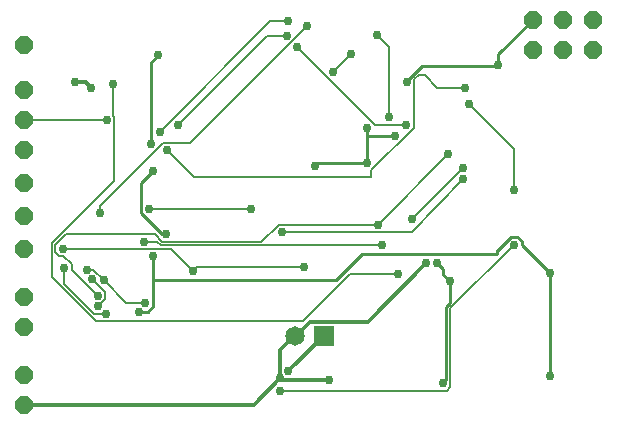
<source format=gbl>
G75*
%MOIN*%
%OFA0B0*%
%FSLAX25Y25*%
%IPPOS*%
%LPD*%
%AMOC8*
5,1,8,0,0,1.08239X$1,22.5*
%
%ADD10C,0.06500*%
%ADD11R,0.06500X0.06500*%
%ADD12OC8,0.06000*%
%ADD13C,0.00600*%
%ADD14C,0.02978*%
%ADD15C,0.01200*%
%ADD16C,0.01000*%
D10*
X0099079Y0043000D03*
D11*
X0108921Y0043000D03*
D12*
X0009000Y0020000D03*
X0009000Y0030000D03*
X0009000Y0046000D03*
X0009000Y0056000D03*
X0009000Y0072000D03*
X0009000Y0083000D03*
X0009000Y0094000D03*
X0009000Y0105000D03*
X0009000Y0115000D03*
X0009000Y0125000D03*
X0009000Y0140000D03*
X0178500Y0138500D03*
X0188500Y0138500D03*
X0198500Y0138500D03*
X0198500Y0148500D03*
X0188500Y0148500D03*
X0178500Y0148500D03*
D13*
X0156000Y0125811D02*
X0146568Y0125811D01*
X0142390Y0129989D01*
X0140410Y0129989D01*
X0139011Y0128590D01*
X0139011Y0126610D01*
X0138689Y0126288D01*
X0138689Y0112510D01*
X0124600Y0098421D01*
X0124600Y0096100D01*
X0065500Y0096100D01*
X0056500Y0105100D01*
X0055300Y0107500D02*
X0034300Y0086500D01*
X0034300Y0084100D01*
X0038800Y0094600D02*
X0018100Y0073900D01*
X0018100Y0062800D01*
X0032800Y0048100D01*
X0101800Y0048100D01*
X0117400Y0063700D01*
X0133600Y0063700D01*
X0128200Y0073300D02*
X0054400Y0073300D01*
X0053200Y0074500D01*
X0049000Y0074500D01*
X0052600Y0076900D02*
X0055000Y0074500D01*
X0088000Y0074500D01*
X0093700Y0080200D01*
X0126700Y0080200D01*
X0150100Y0103600D01*
X0155200Y0099100D02*
X0138100Y0082000D01*
X0138100Y0077800D02*
X0155300Y0095500D01*
X0172250Y0091625D02*
X0172250Y0105375D01*
X0157250Y0120375D01*
X0136300Y0113500D02*
X0125800Y0113500D01*
X0100000Y0139300D01*
X0096400Y0143200D02*
X0089800Y0143200D01*
X0060100Y0113500D01*
X0054100Y0111100D02*
X0091000Y0148000D01*
X0096700Y0148000D01*
X0103300Y0146500D02*
X0064300Y0107500D01*
X0055300Y0107500D01*
X0038800Y0116200D02*
X0038800Y0094600D01*
X0050500Y0085300D02*
X0084400Y0085300D01*
X0094900Y0077800D02*
X0138100Y0077800D01*
X0151000Y0052250D02*
X0151000Y0026000D01*
X0149750Y0024750D01*
X0094125Y0024750D01*
X0049300Y0054100D02*
X0043000Y0054100D01*
X0035500Y0061600D01*
X0031900Y0065200D01*
X0029800Y0065200D01*
X0031600Y0061900D02*
X0035800Y0057700D01*
X0035800Y0055300D01*
X0033400Y0052900D01*
X0032200Y0050500D02*
X0022300Y0060400D01*
X0022300Y0065800D01*
X0024700Y0065200D02*
X0024700Y0067000D01*
X0022000Y0069700D01*
X0020500Y0069700D01*
X0019300Y0070900D01*
X0019300Y0073300D01*
X0022900Y0076900D01*
X0052600Y0076900D01*
X0057700Y0072100D02*
X0065200Y0064600D01*
X0065200Y0064900D01*
X0066400Y0066100D01*
X0102100Y0066100D01*
X0057700Y0072100D02*
X0021700Y0072100D01*
X0024700Y0065200D02*
X0033400Y0056500D01*
X0032200Y0050500D02*
X0036100Y0050500D01*
X0036400Y0115000D02*
X0009000Y0115000D01*
X0038500Y0116500D02*
X0038800Y0116200D01*
X0038500Y0116500D02*
X0038500Y0127000D01*
X0112000Y0131200D02*
X0118000Y0137200D01*
X0126400Y0143500D02*
X0130600Y0139300D01*
X0130600Y0115900D01*
X0172250Y0073500D02*
X0151000Y0052250D01*
D14*
X0150688Y0061312D03*
X0146625Y0067250D03*
X0142875Y0067250D03*
X0133600Y0063700D03*
X0128200Y0073300D03*
X0126700Y0080200D03*
X0138100Y0082000D03*
X0155300Y0095500D03*
X0155200Y0099100D03*
X0150100Y0103600D03*
X0136300Y0113500D03*
X0132400Y0109600D03*
X0130600Y0115900D03*
X0123100Y0112300D03*
X0123200Y0100800D03*
X0105700Y0099700D03*
X0084400Y0085300D03*
X0094900Y0077800D03*
X0102100Y0066100D03*
X0065200Y0064600D03*
X0051700Y0069700D03*
X0049000Y0074500D03*
X0056200Y0076900D03*
X0050500Y0085300D03*
X0034300Y0084100D03*
X0021700Y0072100D03*
X0022300Y0065800D03*
X0029800Y0065200D03*
X0031600Y0061900D03*
X0035500Y0061600D03*
X0033400Y0056500D03*
X0033400Y0052900D03*
X0036100Y0050500D03*
X0047200Y0051100D03*
X0049300Y0054100D03*
X0094300Y0028900D03*
X0097000Y0031300D03*
X0094125Y0024750D03*
X0110375Y0028500D03*
X0148500Y0027250D03*
X0184125Y0029750D03*
X0184125Y0064125D03*
X0172250Y0073500D03*
X0172250Y0091625D03*
X0157250Y0120375D03*
X0156000Y0125811D03*
X0166900Y0133300D03*
X0136600Y0127600D03*
X0118000Y0137200D03*
X0112000Y0131200D03*
X0100000Y0139300D03*
X0096400Y0143200D03*
X0096700Y0148000D03*
X0103300Y0146500D03*
X0126400Y0143500D03*
X0060100Y0113500D03*
X0054100Y0111100D03*
X0051100Y0106900D03*
X0056500Y0105100D03*
X0051700Y0097900D03*
X0036400Y0115000D03*
X0031300Y0125800D03*
X0025900Y0127600D03*
X0038500Y0127000D03*
X0053500Y0136600D03*
D15*
X0031300Y0125800D02*
X0029500Y0127600D01*
X0025900Y0127600D01*
X0104125Y0047875D02*
X0099125Y0042875D01*
X0099079Y0043000D01*
X0098800Y0043000D01*
X0094300Y0038500D01*
X0094300Y0028900D01*
X0094750Y0028500D01*
X0110375Y0028500D01*
X0097000Y0031300D02*
X0108700Y0043000D01*
X0108921Y0043000D01*
X0104125Y0047875D02*
X0123500Y0047875D01*
X0142875Y0067250D01*
X0094300Y0028900D02*
X0085600Y0020200D01*
X0009100Y0020200D01*
X0009000Y0020000D01*
D16*
X0047200Y0051100D02*
X0050200Y0051100D01*
X0052000Y0052900D01*
X0052000Y0061625D01*
X0112875Y0061625D01*
X0121625Y0070375D01*
X0166625Y0070375D01*
X0166625Y0071625D01*
X0166714Y0071625D01*
X0171178Y0076089D01*
X0173322Y0076089D01*
X0174839Y0074572D01*
X0174839Y0073411D01*
X0184125Y0064125D01*
X0184125Y0029750D01*
X0149600Y0028350D02*
X0149600Y0052830D01*
X0150688Y0053917D01*
X0150688Y0061312D01*
X0148500Y0063500D01*
X0148500Y0065375D01*
X0146625Y0067250D01*
X0123000Y0100300D02*
X0123100Y0100400D01*
X0123100Y0109600D01*
X0123100Y0112300D01*
X0123100Y0109600D02*
X0132400Y0109600D01*
X0123200Y0100800D02*
X0106800Y0100800D01*
X0105700Y0099700D01*
X0106300Y0100300D01*
X0123000Y0100300D02*
X0123200Y0100800D01*
X0136600Y0127600D02*
X0136600Y0128200D01*
X0141400Y0133000D01*
X0166600Y0133000D01*
X0166900Y0133300D01*
X0166900Y0136900D01*
X0178500Y0148500D01*
X0056200Y0076900D02*
X0055000Y0076900D01*
X0047800Y0084100D01*
X0047800Y0094000D01*
X0051700Y0097900D01*
X0051100Y0106900D02*
X0051100Y0134200D01*
X0053500Y0136600D01*
X0051700Y0069700D02*
X0052000Y0069400D01*
X0052000Y0061625D01*
X0148500Y0027250D02*
X0149600Y0028350D01*
M02*

</source>
